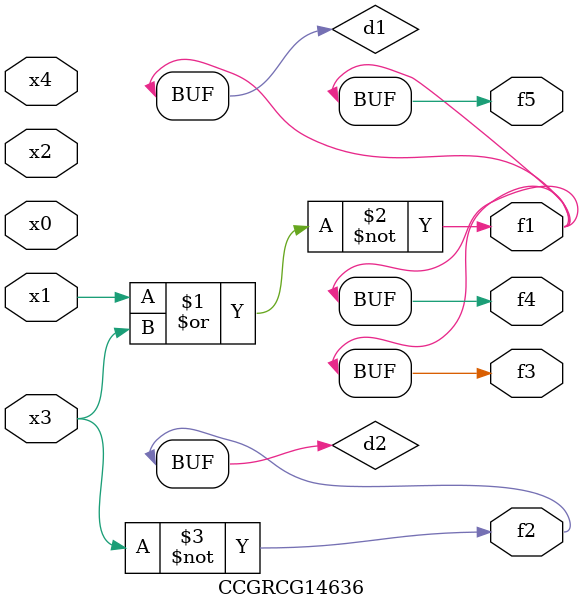
<source format=v>
module CCGRCG14636(
	input x0, x1, x2, x3, x4,
	output f1, f2, f3, f4, f5
);

	wire d1, d2;

	nor (d1, x1, x3);
	not (d2, x3);
	assign f1 = d1;
	assign f2 = d2;
	assign f3 = d1;
	assign f4 = d1;
	assign f5 = d1;
endmodule

</source>
